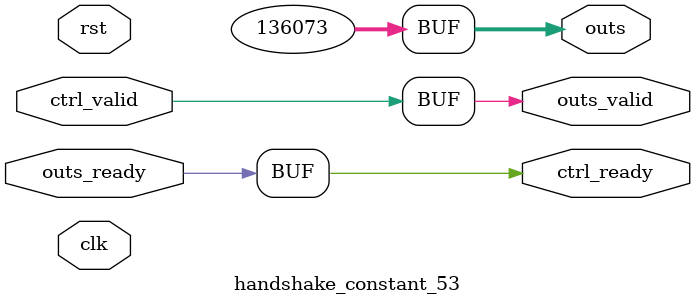
<source format=v>
`timescale 1ns / 1ps
module handshake_constant_53 #(
  parameter DATA_WIDTH = 32  // Default set to 32 bits
) (
  input                       clk,
  input                       rst,
  // Input Channel
  input                       ctrl_valid,
  output                      ctrl_ready,
  // Output Channel
  output [DATA_WIDTH - 1 : 0] outs,
  output                      outs_valid,
  input                       outs_ready
);
  assign outs       = 19'b0100001001110001001;
  assign outs_valid = ctrl_valid;
  assign ctrl_ready = outs_ready;

endmodule

</source>
